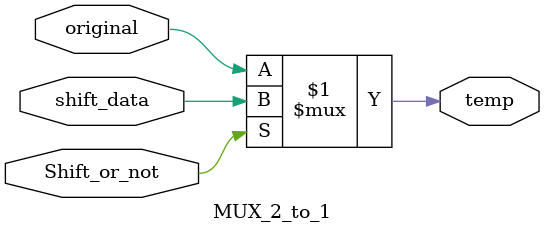
<source format=v>
`timescale 1ns/1ns
module MUX_2_to_1( Shift_or_not, original, shift_data, temp );
input Shift_or_not; // 1-bit 
input original; // 1-bit 
input shift_data; // 1-bit 
output temp; // 1-bit 

assign temp = Shift_or_not ? shift_data : original;


endmodule
</source>
